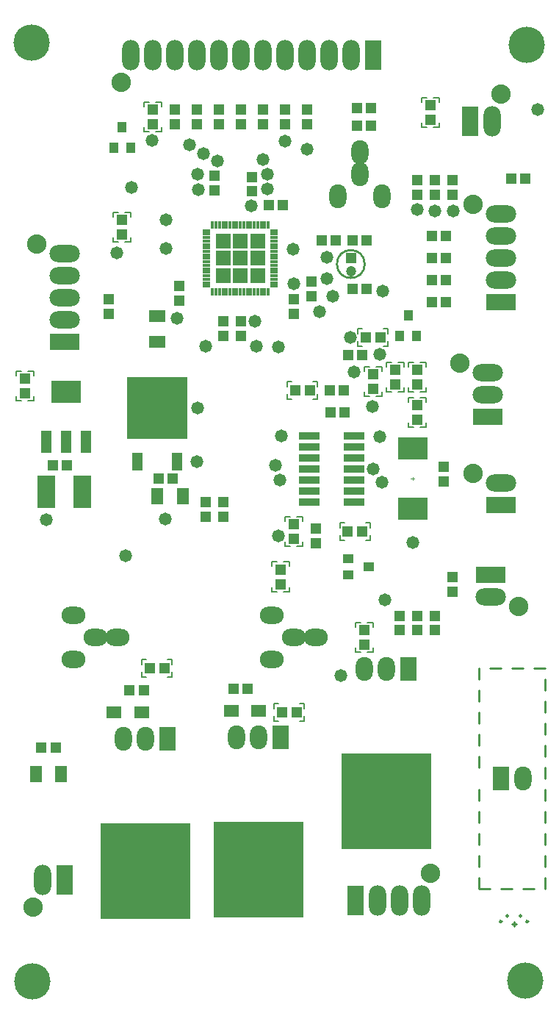
<source format=gts>
%FSLAX24Y24*%
%MOIN*%
G70*
G01*
G75*
G04 Layer_Color=8388736*
%ADD10C,0.0060*%
%ADD11C,0.0100*%
%ADD12R,0.0374X0.0394*%
%ADD13R,0.0394X0.0374*%
%ADD14R,0.0870X0.0240*%
%ADD15R,0.2677X0.2717*%
%ADD16R,0.0374X0.0748*%
%ADD17R,0.0374X0.0945*%
%ADD18R,0.1299X0.0945*%
%ADD19R,0.0430X0.0390*%
%ADD20R,0.0492X0.0669*%
%ADD21R,0.0709X0.1417*%
%ADD22R,0.0620X0.0500*%
%ADD23R,0.0390X0.0430*%
%ADD24R,0.0354X0.0433*%
%ADD25R,0.1299X0.0945*%
%ADD26R,0.0433X0.0354*%
%ADD27R,0.0787X0.0787*%
%ADD28R,0.0787X0.0787*%
%ADD29O,0.0079X0.0295*%
%ADD30O,0.0295X0.0079*%
%ADD31R,0.0669X0.0492*%
%ADD32C,0.0080*%
%ADD33C,0.0200*%
%ADD34C,0.0300*%
%ADD35C,0.0050*%
%ADD36C,0.0039*%
%ADD37C,0.0600*%
%ADD38O,0.1000X0.0700*%
%ADD39R,0.4000X0.4300*%
%ADD40O,0.0700X0.1000*%
%ADD41R,0.0700X0.1000*%
%ADD42O,0.0700X0.1000*%
%ADD43R,0.0700X0.1000*%
%ADD44R,0.0700X0.1300*%
%ADD45O,0.0700X0.1300*%
%ADD46C,0.0800*%
%ADD47O,0.1300X0.0700*%
%ADD48R,0.1300X0.0700*%
%ADD49R,0.0394X0.0394*%
%ADD50C,0.0394*%
%ADD51C,0.0500*%
%ADD52C,0.0260*%
%ADD53C,0.0098*%
%ADD54C,0.0079*%
%ADD55C,0.0070*%
%ADD56R,0.0669X0.0669*%
%ADD57R,0.0669X0.0669*%
%ADD58R,0.0454X0.0474*%
%ADD59R,0.0474X0.0454*%
%ADD60R,0.0950X0.0320*%
%ADD61R,0.2757X0.2797*%
%ADD62R,0.0454X0.0828*%
%ADD63R,0.0454X0.1025*%
%ADD64R,0.1379X0.1025*%
%ADD65R,0.0510X0.0470*%
%ADD66R,0.0572X0.0749*%
%ADD67R,0.0789X0.1497*%
%ADD68R,0.0700X0.0580*%
%ADD69R,0.0470X0.0510*%
%ADD70R,0.0434X0.0513*%
%ADD71R,0.1379X0.1025*%
%ADD72R,0.0513X0.0434*%
%ADD73O,0.0159X0.0375*%
%ADD74O,0.0375X0.0159*%
%ADD75R,0.0749X0.0572*%
%ADD76C,0.1650*%
%ADD77O,0.1080X0.0780*%
%ADD78R,0.4080X0.4380*%
%ADD79O,0.0780X0.1080*%
%ADD80R,0.0780X0.1080*%
%ADD81O,0.0780X0.1080*%
%ADD82R,0.0780X0.1080*%
%ADD83R,0.0780X0.1380*%
%ADD84O,0.0780X0.1380*%
%ADD85C,0.0880*%
%ADD86O,0.1380X0.0780*%
%ADD87R,0.1380X0.0780*%
%ADD88R,0.0474X0.0474*%
%ADD89C,0.0474*%
%ADD90C,0.0580*%
D11*
X350Y360D02*
G03*
X350Y360I-50J0D01*
G01*
X-250D02*
G03*
X-250Y360I-50J0D01*
G01*
X650Y110D02*
G03*
X650Y110I-50J0D01*
G01*
X-550D02*
G03*
X-550Y110I-50J0D01*
G01*
X-100Y-10D02*
X100D01*
X0Y-110D02*
Y90D01*
X-6770Y29920D02*
G03*
X-6770Y29920I-630J0D01*
G01*
X-1600Y2590D02*
Y3090D01*
Y1590D02*
X-1100D01*
X-1600D02*
Y2090D01*
Y5590D02*
Y6090D01*
Y4590D02*
Y5090D01*
Y8090D02*
Y8590D01*
Y7090D02*
Y7590D01*
Y11090D02*
Y11590D01*
Y10090D02*
Y10590D01*
X1400Y2590D02*
Y3090D01*
Y1590D02*
Y2090D01*
X400Y1590D02*
X900D01*
X1400Y5590D02*
Y6090D01*
Y4590D02*
Y5090D01*
Y8590D02*
Y9090D01*
Y7590D02*
Y8090D01*
X900Y11590D02*
X1400D01*
X-100D02*
X400D01*
X1400Y10590D02*
Y11090D01*
X-1600Y3590D02*
Y4090D01*
Y9090D02*
Y9590D01*
X1400Y3590D02*
Y4090D01*
Y6590D02*
Y7090D01*
Y9590D02*
Y10090D01*
X-600Y1590D02*
X-100D01*
X-1100Y11590D02*
X-600D01*
D35*
X-3400Y36110D02*
Y36310D01*
X-3640Y36110D02*
X-3400D01*
X-4200D02*
Y36310D01*
Y36110D02*
X-3960D01*
X-3400Y37270D02*
Y37470D01*
X-3640D02*
X-3400D01*
X-4200Y37270D02*
Y37470D01*
X-3960D01*
X-10880Y9190D02*
X-10680D01*
X-10880D02*
Y9430D01*
Y9990D02*
X-10680D01*
X-10880Y9750D02*
Y9990D01*
X-9720Y9190D02*
X-9520D01*
Y9430D01*
X-9720Y9990D02*
X-9520D01*
Y9750D02*
Y9990D01*
X-16880Y11190D02*
X-16680D01*
X-16880D02*
Y11430D01*
Y11990D02*
X-16680D01*
X-16880Y11750D02*
Y11990D01*
X-15720Y11190D02*
X-15520D01*
Y11430D01*
X-15720Y11990D02*
X-15520D01*
Y11750D02*
Y11990D01*
X-7080Y26190D02*
X-6880D01*
X-7080D02*
Y26430D01*
Y26990D02*
X-6880D01*
X-7080Y26750D02*
Y26990D01*
X-5920Y26190D02*
X-5720D01*
Y26430D01*
X-5920Y26990D02*
X-5720D01*
Y26750D02*
Y26990D01*
X-6000Y23910D02*
Y24110D01*
X-6240Y23910D02*
X-6000D01*
X-6800D02*
Y24110D01*
Y23910D02*
X-6560D01*
X-6000Y25070D02*
Y25270D01*
X-6240D02*
X-6000D01*
X-6800Y25070D02*
Y25270D01*
X-6560D01*
X-6400Y12310D02*
Y12510D01*
X-6640Y12310D02*
X-6400D01*
X-7200D02*
Y12510D01*
Y12310D02*
X-6960D01*
X-6400Y13470D02*
Y13670D01*
X-6640D02*
X-6400D01*
X-7200Y13470D02*
Y13670D01*
X-6960D01*
X-4000Y22510D02*
Y22710D01*
X-4240Y22510D02*
X-4000D01*
X-4800D02*
Y22710D01*
Y22510D02*
X-4560D01*
X-4000Y23670D02*
Y23870D01*
X-4240D02*
X-4000D01*
X-4800Y23670D02*
Y23870D01*
X-4560D01*
X-4800Y25270D02*
Y25470D01*
X-4560D01*
X-4000Y25270D02*
Y25470D01*
X-4240D02*
X-4000D01*
X-4800Y24110D02*
Y24310D01*
Y24110D02*
X-4560D01*
X-4000D02*
Y24310D01*
X-4240Y24110D02*
X-4000D01*
X-10200Y15050D02*
Y15250D01*
X-10440Y15050D02*
X-10200D01*
X-11000D02*
Y15250D01*
Y15050D02*
X-10760D01*
X-10200Y16210D02*
Y16410D01*
X-10440D02*
X-10200D01*
X-11000Y16210D02*
Y16410D01*
X-10760D01*
X-5000Y24110D02*
Y24310D01*
X-5240Y24110D02*
X-5000D01*
X-5800D02*
Y24310D01*
Y24110D02*
X-5560D01*
X-5000Y25270D02*
Y25470D01*
X-5240D02*
X-5000D01*
X-5800Y25270D02*
Y25470D01*
X-5560D01*
X-6720Y18190D02*
X-6520D01*
Y17950D02*
Y18190D01*
X-6720Y17390D02*
X-6520D01*
Y17630D01*
X-7880Y18190D02*
X-7680D01*
X-7880Y17950D02*
Y18190D01*
Y17390D02*
X-7680D01*
X-7880D02*
Y17630D01*
X-9600Y17110D02*
Y17310D01*
X-9840Y17110D02*
X-9600D01*
X-10400D02*
Y17310D01*
Y17110D02*
X-10160D01*
X-9600Y18270D02*
Y18470D01*
X-9840D02*
X-9600D01*
X-10400Y18270D02*
Y18470D01*
X-10160D01*
X-10280Y23790D02*
X-10080D01*
X-10280D02*
Y24030D01*
Y24590D02*
X-10080D01*
X-10280Y24350D02*
Y24590D01*
X-9120Y23790D02*
X-8920D01*
Y24030D01*
X-9120Y24590D02*
X-8920D01*
Y24350D02*
Y24590D01*
X-17400Y30910D02*
Y31110D01*
X-17640Y30910D02*
X-17400D01*
X-18200D02*
Y31110D01*
Y30910D02*
X-17960D01*
X-17400Y32070D02*
Y32270D01*
X-17640D02*
X-17400D01*
X-18200Y32070D02*
Y32270D01*
X-17960D01*
X-22600Y24870D02*
Y25070D01*
X-22360D01*
X-21800Y24870D02*
Y25070D01*
X-22040D02*
X-21800D01*
X-22600Y23710D02*
Y23910D01*
Y23710D02*
X-22360D01*
X-21800D02*
Y23910D01*
X-22040Y23710D02*
X-21800D01*
X-16800Y37270D02*
X-16560D01*
X-16800Y37070D02*
Y37270D01*
X-16240D02*
X-16000D01*
Y37070D02*
Y37270D01*
X-16800Y35910D02*
X-16560D01*
X-16800D02*
Y36110D01*
X-16240Y35910D02*
X-16000D01*
Y36110D01*
D36*
X-4679Y20190D02*
X-4521D01*
X-4600Y20111D02*
Y20269D01*
D56*
X-12413Y29390D02*
D03*
Y30965D02*
D03*
X-13200Y29390D02*
D03*
X-11625Y30965D02*
D03*
D57*
X-13200Y30177D02*
D03*
Y30965D02*
D03*
X-11625Y29390D02*
D03*
Y30177D02*
D03*
X-12413D02*
D03*
D58*
X-3075Y28190D02*
D03*
X-3725D02*
D03*
X-3075Y29190D02*
D03*
X-3725D02*
D03*
X-3075Y30190D02*
D03*
X-3725D02*
D03*
X-3075Y31190D02*
D03*
X-3725D02*
D03*
X525Y33790D02*
D03*
X-125D02*
D03*
X-6675Y30990D02*
D03*
X-7325D02*
D03*
X-6675Y28790D02*
D03*
X-7325D02*
D03*
X-8355Y24190D02*
D03*
X-7705D02*
D03*
X-6475Y36190D02*
D03*
X-7125D02*
D03*
Y36990D02*
D03*
X-6475D02*
D03*
X-15475Y20190D02*
D03*
X-16125D02*
D03*
X-20275Y20790D02*
D03*
X-20925D02*
D03*
X-20795Y7990D02*
D03*
X-21445D02*
D03*
X-12075Y10660D02*
D03*
X-12725D02*
D03*
X-16795Y10590D02*
D03*
X-17445D02*
D03*
X-8325Y23190D02*
D03*
X-7675D02*
D03*
X-6875Y25790D02*
D03*
X-7525D02*
D03*
X-11125Y32590D02*
D03*
X-10475D02*
D03*
X-8725Y30990D02*
D03*
X-8075D02*
D03*
D59*
X-2800Y33065D02*
D03*
Y33715D02*
D03*
X-3600Y33065D02*
D03*
Y33715D02*
D03*
X-4400Y33065D02*
D03*
Y33715D02*
D03*
X-3600Y13315D02*
D03*
Y13965D02*
D03*
X-4400Y13315D02*
D03*
Y13965D02*
D03*
X-5200Y13315D02*
D03*
Y13965D02*
D03*
X-15400Y36915D02*
D03*
Y36265D02*
D03*
X-14400Y36915D02*
D03*
Y36265D02*
D03*
X-13400Y36915D02*
D03*
Y36265D02*
D03*
X-12400Y36915D02*
D03*
Y36265D02*
D03*
X-11400Y36915D02*
D03*
Y36265D02*
D03*
X-10400Y36915D02*
D03*
Y36265D02*
D03*
X-9400Y36915D02*
D03*
Y36265D02*
D03*
X-2800Y15715D02*
D03*
Y15065D02*
D03*
X-18400Y28315D02*
D03*
Y27665D02*
D03*
X-3200Y20065D02*
D03*
Y20715D02*
D03*
X-9000Y17265D02*
D03*
Y17915D02*
D03*
X-13200Y18465D02*
D03*
Y19115D02*
D03*
X-14000D02*
D03*
Y18465D02*
D03*
X-11890Y33210D02*
D03*
Y33860D02*
D03*
X-13600Y33265D02*
D03*
Y33915D02*
D03*
X-9200Y29115D02*
D03*
Y28465D02*
D03*
X-10000Y28315D02*
D03*
Y27665D02*
D03*
X-12400Y27315D02*
D03*
Y26665D02*
D03*
X-13200Y27315D02*
D03*
Y26665D02*
D03*
X-15200Y28915D02*
D03*
Y28265D02*
D03*
D60*
X-7250Y20620D02*
D03*
X-9280D02*
D03*
X-7250Y19620D02*
D03*
Y19120D02*
D03*
Y20120D02*
D03*
X-9280Y19620D02*
D03*
Y19120D02*
D03*
Y20120D02*
D03*
X-7250Y21120D02*
D03*
Y21620D02*
D03*
Y22120D02*
D03*
X-9280Y21120D02*
D03*
Y21620D02*
D03*
Y22120D02*
D03*
D61*
X-16200Y23390D02*
D03*
D62*
X-15302Y20949D02*
D03*
X-17098D02*
D03*
D63*
X-21216Y21848D02*
D03*
X-20310D02*
D03*
X-19404D02*
D03*
D64*
X-20310Y24132D02*
D03*
D65*
X-3800Y36460D02*
D03*
Y37130D02*
D03*
X-6400Y24260D02*
D03*
Y24930D02*
D03*
X-6800Y12660D02*
D03*
Y13330D02*
D03*
X-4400Y22860D02*
D03*
Y23530D02*
D03*
Y25120D02*
D03*
Y24450D02*
D03*
X-10600Y15400D02*
D03*
Y16070D02*
D03*
X-5400Y24460D02*
D03*
Y25130D02*
D03*
X-10000Y17460D02*
D03*
Y18130D02*
D03*
X-17800Y31260D02*
D03*
Y31930D02*
D03*
X-22200Y24720D02*
D03*
Y24050D02*
D03*
X-16400Y36930D02*
D03*
Y36260D02*
D03*
D66*
X-15019Y19390D02*
D03*
X-16181D02*
D03*
X-20539Y6790D02*
D03*
X-21701D02*
D03*
D67*
X-21227Y19590D02*
D03*
X-19573D02*
D03*
D68*
X-11570Y9660D02*
D03*
X-12830D02*
D03*
X-16890Y9590D02*
D03*
X-18150D02*
D03*
D69*
X-10530D02*
D03*
X-9860D02*
D03*
X-16530Y11590D02*
D03*
X-15860D02*
D03*
X-6730Y26590D02*
D03*
X-6060D02*
D03*
X-6870Y17790D02*
D03*
X-7540D02*
D03*
X-9930Y24190D02*
D03*
X-9260D02*
D03*
D70*
X-4800Y27590D02*
D03*
X-4426Y26661D02*
D03*
X-5174D02*
D03*
X-17774Y36119D02*
D03*
X-17400Y35190D02*
D03*
X-18148D02*
D03*
D71*
X-4600Y21558D02*
D03*
Y18822D02*
D03*
D72*
X-6600Y16190D02*
D03*
X-7529Y15816D02*
D03*
Y16564D02*
D03*
D73*
X-13672Y31703D02*
D03*
X-13515D02*
D03*
X-13357D02*
D03*
X-13200D02*
D03*
X-13043D02*
D03*
X-12885D02*
D03*
X-12728D02*
D03*
X-12570D02*
D03*
X-12413D02*
D03*
X-12255D02*
D03*
X-12098D02*
D03*
X-11940D02*
D03*
X-11783D02*
D03*
X-11625D02*
D03*
X-11468D02*
D03*
X-11310D02*
D03*
X-11153D02*
D03*
Y28652D02*
D03*
X-11310D02*
D03*
X-11468D02*
D03*
X-11625D02*
D03*
X-11783D02*
D03*
X-11940D02*
D03*
X-12098D02*
D03*
X-12255D02*
D03*
X-12413D02*
D03*
X-12570D02*
D03*
X-12728D02*
D03*
X-12885D02*
D03*
X-13043D02*
D03*
X-13200D02*
D03*
X-13357D02*
D03*
X-13515D02*
D03*
X-13672D02*
D03*
D74*
X-10887Y31437D02*
D03*
Y31280D02*
D03*
Y31122D02*
D03*
Y30965D02*
D03*
Y30807D02*
D03*
Y30650D02*
D03*
Y30492D02*
D03*
Y30335D02*
D03*
Y30177D02*
D03*
Y30020D02*
D03*
Y29862D02*
D03*
Y29705D02*
D03*
Y29547D02*
D03*
Y29390D02*
D03*
Y29233D02*
D03*
Y29075D02*
D03*
Y28918D02*
D03*
X-13938D02*
D03*
Y29075D02*
D03*
Y29233D02*
D03*
Y29390D02*
D03*
Y29547D02*
D03*
Y29705D02*
D03*
Y29862D02*
D03*
Y30020D02*
D03*
Y30177D02*
D03*
Y30335D02*
D03*
Y30492D02*
D03*
Y30650D02*
D03*
Y30807D02*
D03*
Y30965D02*
D03*
Y31122D02*
D03*
Y31280D02*
D03*
Y31437D02*
D03*
D75*
X-16200Y26409D02*
D03*
Y27571D02*
D03*
D76*
X520Y-2580D02*
D03*
X-21860Y-2610D02*
D03*
X-21890Y39960D02*
D03*
X570Y39860D02*
D03*
D77*
X-11000Y11990D02*
D03*
X-9000Y12990D02*
D03*
X-10000D02*
D03*
X-11000Y13990D02*
D03*
X-20000Y11990D02*
D03*
X-18000Y12990D02*
D03*
X-19000D02*
D03*
X-20000Y13990D02*
D03*
D78*
X-16720Y2390D02*
D03*
X-5800Y5560D02*
D03*
X-11600Y2460D02*
D03*
D79*
X-16720Y8390D02*
D03*
X-17720D02*
D03*
X-5800Y11560D02*
D03*
X-6800D02*
D03*
X-11600Y8460D02*
D03*
X-12600D02*
D03*
D80*
X-15720Y8390D02*
D03*
X-4800Y11560D02*
D03*
X-10600Y8460D02*
D03*
D81*
X400Y6590D02*
D03*
X-6000Y32990D02*
D03*
X-7000Y34990D02*
D03*
Y33990D02*
D03*
X-8000Y32990D02*
D03*
D82*
X-600Y6590D02*
D03*
D83*
X-6400Y39390D02*
D03*
X-20400Y1990D02*
D03*
X-2000Y36390D02*
D03*
X-7200Y1060D02*
D03*
D84*
X-7400Y39390D02*
D03*
X-9400D02*
D03*
X-10400D02*
D03*
X-12400D02*
D03*
X-13400D02*
D03*
X-15400D02*
D03*
X-16400D02*
D03*
X-8400D02*
D03*
X-11400D02*
D03*
X-14400D02*
D03*
X-17400D02*
D03*
X-21400Y1990D02*
D03*
X-1000Y36390D02*
D03*
X-6200Y1060D02*
D03*
X-5200D02*
D03*
X-4200D02*
D03*
D85*
X-17820Y38150D02*
D03*
X-21820Y750D02*
D03*
X-580Y37630D02*
D03*
X-3780Y2300D02*
D03*
X-2440Y25410D02*
D03*
X-1840Y20410D02*
D03*
X200Y14390D02*
D03*
X-1840Y32610D02*
D03*
X-21640Y30810D02*
D03*
D86*
X-1200Y23990D02*
D03*
Y24990D02*
D03*
X-600Y19990D02*
D03*
X-1040Y14810D02*
D03*
X-600Y29190D02*
D03*
Y32190D02*
D03*
Y31190D02*
D03*
Y30190D02*
D03*
X-20400Y27390D02*
D03*
Y30390D02*
D03*
Y29390D02*
D03*
Y28390D02*
D03*
D87*
X-1200Y22990D02*
D03*
X-600Y18990D02*
D03*
X-1040Y15810D02*
D03*
X-600Y28190D02*
D03*
X-20400Y26390D02*
D03*
D88*
X-7400Y30190D02*
D03*
D89*
Y29599D02*
D03*
D90*
X1080Y36930D02*
D03*
X-2760Y32340D02*
D03*
X-3590D02*
D03*
X-4390Y32400D02*
D03*
X-5960Y28700D02*
D03*
X-7430Y26600D02*
D03*
X-6420Y23470D02*
D03*
X-5850Y14680D02*
D03*
X-4600Y17300D02*
D03*
X-7250Y25010D02*
D03*
X-11745Y27315D02*
D03*
X-6380Y20620D02*
D03*
X-10820Y20790D02*
D03*
X-10550Y22120D02*
D03*
X-10690Y17580D02*
D03*
X-10630Y20130D02*
D03*
X-8835Y27745D02*
D03*
X-15820Y18370D02*
D03*
X-14340Y23390D02*
D03*
X-14380Y20950D02*
D03*
X-9990Y29040D02*
D03*
X-15780Y30630D02*
D03*
X-15800Y31940D02*
D03*
X-16429Y35511D02*
D03*
X-17350Y33400D02*
D03*
X-10390Y35490D02*
D03*
X-9380Y35110D02*
D03*
X-11390Y34660D02*
D03*
X-14710Y35330D02*
D03*
X-14090Y34910D02*
D03*
X-13460Y34580D02*
D03*
X-14350Y33990D02*
D03*
X-11200Y34000D02*
D03*
X-14320Y33280D02*
D03*
X-11170Y33320D02*
D03*
X-11930Y32570D02*
D03*
X-10010Y30580D02*
D03*
X-8230Y28450D02*
D03*
X-11700Y26180D02*
D03*
X-14000D02*
D03*
X-15270Y27450D02*
D03*
X-8470Y30230D02*
D03*
X-8480Y29260D02*
D03*
X-18020Y30420D02*
D03*
X-21230Y18310D02*
D03*
X-17610Y16690D02*
D03*
X-7860Y11270D02*
D03*
X-6070Y25810D02*
D03*
X-10690Y26160D02*
D03*
X-6070Y22100D02*
D03*
X-5990Y20020D02*
D03*
M02*

</source>
